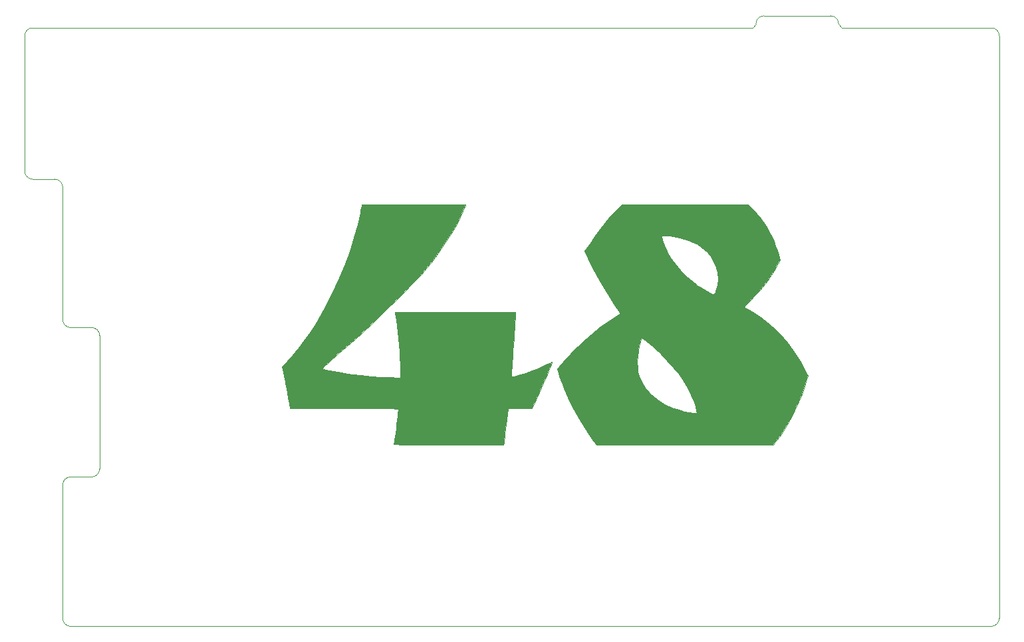
<source format=gbr>
G04 #@! TF.GenerationSoftware,KiCad,Pcbnew,(6.0.0-rc1-dev-1291-g61b749f0b)*
G04 #@! TF.CreationDate,2018-12-05T20:39:08+02:00
G04 #@! TF.ProjectId,TS48_right,54533438-5f72-4696-9768-742e6b696361,rev?*
G04 #@! TF.SameCoordinates,Original*
G04 #@! TF.FileFunction,Legend,Top*
G04 #@! TF.FilePolarity,Positive*
%FSLAX46Y46*%
G04 Gerber Fmt 4.6, Leading zero omitted, Abs format (unit mm)*
G04 Created by KiCad (PCBNEW (6.0.0-rc1-dev-1291-g61b749f0b)) date 12/5/2018 8:39:08 PM*
%MOMM*%
%LPD*%
G01*
G04 APERTURE LIST*
%ADD10C,0.100000*%
%ADD11C,0.010000*%
G04 APERTURE END LIST*
D10*
X183769000Y-67945000D02*
X92075000Y-67945000D01*
X195072000Y-67945000D02*
X214122000Y-67945000D01*
X184150000Y-67437000D02*
X183769000Y-67945000D01*
X194691000Y-67437000D02*
X195072000Y-67945000D01*
X215138000Y-143256000D02*
X215138000Y-68961000D01*
X96901000Y-144272000D02*
X214122000Y-144272000D01*
X95885000Y-126238000D02*
X95885000Y-143256000D01*
X99568000Y-125222000D02*
X96901000Y-125222000D01*
X100584000Y-107188000D02*
X100584000Y-124206000D01*
X96901000Y-106172000D02*
X99568000Y-106172000D01*
X95885000Y-88265000D02*
X95885000Y-105156000D01*
X92075000Y-87249000D02*
X94869000Y-87249000D01*
X91059000Y-68961000D02*
X91059000Y-86233000D01*
X193675000Y-66421000D02*
X185166000Y-66421000D01*
X193673731Y-66419731D02*
G75*
G02X194691000Y-67437000I0J-1017269D01*
G01*
X184148731Y-67438269D02*
G75*
G02X185166000Y-66421000I1017269J0D01*
G01*
X91059000Y-68961000D02*
G75*
G02X92076269Y-67943731I1017269J0D01*
G01*
X92075000Y-87249000D02*
G75*
G02X91057731Y-86231731I0J1017269D01*
G01*
X94869000Y-87249000D02*
G75*
G02X95886269Y-88266269I0J-1017269D01*
G01*
X96901000Y-106172000D02*
G75*
G02X95883731Y-105154731I0J1017269D01*
G01*
X99568000Y-106172000D02*
G75*
G02X100585269Y-107189269I0J-1017269D01*
G01*
X100584000Y-124206000D02*
G75*
G02X99566731Y-125223269I-1017269J0D01*
G01*
X95883731Y-126239269D02*
G75*
G02X96901000Y-125222000I1017269J0D01*
G01*
X96901000Y-144272000D02*
G75*
G02X95883731Y-143254731I0J1017269D01*
G01*
X215138000Y-143256000D02*
G75*
G02X214120731Y-144273269I-1017269J0D01*
G01*
X214122000Y-67945000D02*
G75*
G02X215139269Y-68962269I0J-1017269D01*
G01*
D11*
G04 #@! TO.C,G\002A\002A\002A*
G36*
X183604301Y-90917986D02*
X184558156Y-92015545D01*
X185404218Y-93203204D01*
X186109167Y-94434094D01*
X186121787Y-94459208D01*
X186425003Y-95098731D01*
X186664278Y-95693085D01*
X186870160Y-96323707D01*
X187009516Y-96825567D01*
X187221779Y-97631252D01*
X186991667Y-98051774D01*
X186746145Y-98471745D01*
X186422581Y-98984107D01*
X186051534Y-99543807D01*
X185663563Y-100105793D01*
X185289230Y-100625012D01*
X184959094Y-101056410D01*
X184924104Y-101099883D01*
X184635125Y-101438739D01*
X184265430Y-101846567D01*
X183862132Y-102272572D01*
X183472344Y-102665955D01*
X183464193Y-102673941D01*
X183152659Y-102985974D01*
X182900105Y-103252603D01*
X182726472Y-103451659D01*
X182651703Y-103560972D01*
X182654013Y-103574626D01*
X182760661Y-103627196D01*
X182982864Y-103747163D01*
X183284280Y-103914670D01*
X183515459Y-104045321D01*
X184689544Y-104799866D01*
X185837483Y-105705309D01*
X186936928Y-106737417D01*
X187965534Y-107871954D01*
X188900952Y-109084688D01*
X189720837Y-110351385D01*
X190270255Y-111370408D01*
X190754723Y-112356796D01*
X190642923Y-112771788D01*
X190353859Y-113708326D01*
X189975330Y-114723918D01*
X189524653Y-115784037D01*
X189019143Y-116854162D01*
X188476117Y-117899769D01*
X187912891Y-118886333D01*
X187346783Y-119779332D01*
X186795107Y-120544242D01*
X186659071Y-120714343D01*
X186332130Y-121113331D01*
X163842263Y-121113331D01*
X163279664Y-120346952D01*
X162456546Y-119152689D01*
X161651985Y-117846288D01*
X160902145Y-116489896D01*
X160243189Y-115145660D01*
X160208296Y-115068883D01*
X159972390Y-114532501D01*
X159736427Y-113969227D01*
X159510179Y-113405248D01*
X159303422Y-112866754D01*
X159125927Y-112379931D01*
X158987468Y-111970968D01*
X158897820Y-111666053D01*
X158866756Y-111491372D01*
X158867875Y-111477261D01*
X158941475Y-111337309D01*
X159122673Y-111095418D01*
X159393140Y-110771419D01*
X159625268Y-110508785D01*
X169047808Y-110508785D01*
X169069414Y-111185501D01*
X169138499Y-111780633D01*
X169219534Y-112135745D01*
X169584224Y-113054493D01*
X170104720Y-113897497D01*
X170782183Y-114666092D01*
X171617773Y-115361611D01*
X172525261Y-115937027D01*
X173046185Y-116193774D01*
X173661780Y-116441990D01*
X174325711Y-116667694D01*
X174991644Y-116856900D01*
X175613245Y-116995628D01*
X176144179Y-117069893D01*
X176306683Y-117078203D01*
X176639100Y-117084366D01*
X176578961Y-116755917D01*
X176356964Y-115900761D01*
X175997686Y-114977113D01*
X175514193Y-114006382D01*
X174919546Y-113009979D01*
X174226809Y-112009312D01*
X173449047Y-111025791D01*
X172599322Y-110080825D01*
X172350895Y-109826674D01*
X171862982Y-109348740D01*
X171380105Y-108897690D01*
X170919251Y-108487391D01*
X170497405Y-108131706D01*
X170131552Y-107844502D01*
X169838677Y-107639643D01*
X169635766Y-107530993D01*
X169539975Y-107532138D01*
X169489606Y-107662809D01*
X169411858Y-107920850D01*
X169319268Y-108263063D01*
X169262033Y-108489893D01*
X169144702Y-109110905D01*
X169073099Y-109800561D01*
X169047808Y-110508785D01*
X159625268Y-110508785D01*
X159734548Y-110385144D01*
X160128569Y-109956423D01*
X160556874Y-109505088D01*
X161001136Y-109050971D01*
X161443025Y-108613904D01*
X161864215Y-108213717D01*
X161995176Y-108093460D01*
X163193986Y-107045152D01*
X164378577Y-106098353D01*
X165616444Y-105199631D01*
X165876705Y-105020712D01*
X166902593Y-104321460D01*
X166259787Y-103419873D01*
X165267502Y-101947017D01*
X164327736Y-100393181D01*
X163474825Y-98817840D01*
X162836055Y-97489172D01*
X162348819Y-96407608D01*
X163050622Y-95381676D01*
X163707263Y-94471614D01*
X172076680Y-94471614D01*
X172110313Y-94631897D01*
X172200710Y-94910869D01*
X172332116Y-95267761D01*
X172488773Y-95661804D01*
X172654927Y-96052232D01*
X172814822Y-96398276D01*
X172844284Y-96457814D01*
X173327121Y-97317934D01*
X173889439Y-98117443D01*
X174565844Y-98902960D01*
X174957785Y-99305181D01*
X175356922Y-99685081D01*
X175785640Y-100067214D01*
X176196382Y-100410681D01*
X176541587Y-100674584D01*
X176587369Y-100706560D01*
X176939241Y-100937588D01*
X177334594Y-101180406D01*
X177740291Y-101416610D01*
X178123192Y-101627800D01*
X178450161Y-101795572D01*
X178688059Y-101901524D01*
X178789411Y-101929395D01*
X178881242Y-101857237D01*
X178989984Y-101673661D01*
X179023812Y-101595981D01*
X179248897Y-100803571D01*
X179317773Y-99964073D01*
X179233120Y-99104154D01*
X178997619Y-98250476D01*
X178613951Y-97429705D01*
X178603036Y-97410789D01*
X178329685Y-97022723D01*
X177949841Y-96593891D01*
X177510076Y-96168712D01*
X177056962Y-95791603D01*
X176637072Y-95506981D01*
X176565050Y-95467107D01*
X175558883Y-95026005D01*
X174420417Y-94697546D01*
X173152046Y-94482375D01*
X172755473Y-94440821D01*
X172363807Y-94416105D01*
X172139252Y-94428946D01*
X172076680Y-94471614D01*
X163707263Y-94471614D01*
X164225130Y-93753884D01*
X165405554Y-92295390D01*
X166171225Y-91443504D01*
X167096982Y-90458159D01*
X183162319Y-90458159D01*
X183604301Y-90917986D01*
X183604301Y-90917986D01*
G37*
X183604301Y-90917986D02*
X184558156Y-92015545D01*
X185404218Y-93203204D01*
X186109167Y-94434094D01*
X186121787Y-94459208D01*
X186425003Y-95098731D01*
X186664278Y-95693085D01*
X186870160Y-96323707D01*
X187009516Y-96825567D01*
X187221779Y-97631252D01*
X186991667Y-98051774D01*
X186746145Y-98471745D01*
X186422581Y-98984107D01*
X186051534Y-99543807D01*
X185663563Y-100105793D01*
X185289230Y-100625012D01*
X184959094Y-101056410D01*
X184924104Y-101099883D01*
X184635125Y-101438739D01*
X184265430Y-101846567D01*
X183862132Y-102272572D01*
X183472344Y-102665955D01*
X183464193Y-102673941D01*
X183152659Y-102985974D01*
X182900105Y-103252603D01*
X182726472Y-103451659D01*
X182651703Y-103560972D01*
X182654013Y-103574626D01*
X182760661Y-103627196D01*
X182982864Y-103747163D01*
X183284280Y-103914670D01*
X183515459Y-104045321D01*
X184689544Y-104799866D01*
X185837483Y-105705309D01*
X186936928Y-106737417D01*
X187965534Y-107871954D01*
X188900952Y-109084688D01*
X189720837Y-110351385D01*
X190270255Y-111370408D01*
X190754723Y-112356796D01*
X190642923Y-112771788D01*
X190353859Y-113708326D01*
X189975330Y-114723918D01*
X189524653Y-115784037D01*
X189019143Y-116854162D01*
X188476117Y-117899769D01*
X187912891Y-118886333D01*
X187346783Y-119779332D01*
X186795107Y-120544242D01*
X186659071Y-120714343D01*
X186332130Y-121113331D01*
X163842263Y-121113331D01*
X163279664Y-120346952D01*
X162456546Y-119152689D01*
X161651985Y-117846288D01*
X160902145Y-116489896D01*
X160243189Y-115145660D01*
X160208296Y-115068883D01*
X159972390Y-114532501D01*
X159736427Y-113969227D01*
X159510179Y-113405248D01*
X159303422Y-112866754D01*
X159125927Y-112379931D01*
X158987468Y-111970968D01*
X158897820Y-111666053D01*
X158866756Y-111491372D01*
X158867875Y-111477261D01*
X158941475Y-111337309D01*
X159122673Y-111095418D01*
X159393140Y-110771419D01*
X159625268Y-110508785D01*
X169047808Y-110508785D01*
X169069414Y-111185501D01*
X169138499Y-111780633D01*
X169219534Y-112135745D01*
X169584224Y-113054493D01*
X170104720Y-113897497D01*
X170782183Y-114666092D01*
X171617773Y-115361611D01*
X172525261Y-115937027D01*
X173046185Y-116193774D01*
X173661780Y-116441990D01*
X174325711Y-116667694D01*
X174991644Y-116856900D01*
X175613245Y-116995628D01*
X176144179Y-117069893D01*
X176306683Y-117078203D01*
X176639100Y-117084366D01*
X176578961Y-116755917D01*
X176356964Y-115900761D01*
X175997686Y-114977113D01*
X175514193Y-114006382D01*
X174919546Y-113009979D01*
X174226809Y-112009312D01*
X173449047Y-111025791D01*
X172599322Y-110080825D01*
X172350895Y-109826674D01*
X171862982Y-109348740D01*
X171380105Y-108897690D01*
X170919251Y-108487391D01*
X170497405Y-108131706D01*
X170131552Y-107844502D01*
X169838677Y-107639643D01*
X169635766Y-107530993D01*
X169539975Y-107532138D01*
X169489606Y-107662809D01*
X169411858Y-107920850D01*
X169319268Y-108263063D01*
X169262033Y-108489893D01*
X169144702Y-109110905D01*
X169073099Y-109800561D01*
X169047808Y-110508785D01*
X159625268Y-110508785D01*
X159734548Y-110385144D01*
X160128569Y-109956423D01*
X160556874Y-109505088D01*
X161001136Y-109050971D01*
X161443025Y-108613904D01*
X161864215Y-108213717D01*
X161995176Y-108093460D01*
X163193986Y-107045152D01*
X164378577Y-106098353D01*
X165616444Y-105199631D01*
X165876705Y-105020712D01*
X166902593Y-104321460D01*
X166259787Y-103419873D01*
X165267502Y-101947017D01*
X164327736Y-100393181D01*
X163474825Y-98817840D01*
X162836055Y-97489172D01*
X162348819Y-96407608D01*
X163050622Y-95381676D01*
X163707263Y-94471614D01*
X172076680Y-94471614D01*
X172110313Y-94631897D01*
X172200710Y-94910869D01*
X172332116Y-95267761D01*
X172488773Y-95661804D01*
X172654927Y-96052232D01*
X172814822Y-96398276D01*
X172844284Y-96457814D01*
X173327121Y-97317934D01*
X173889439Y-98117443D01*
X174565844Y-98902960D01*
X174957785Y-99305181D01*
X175356922Y-99685081D01*
X175785640Y-100067214D01*
X176196382Y-100410681D01*
X176541587Y-100674584D01*
X176587369Y-100706560D01*
X176939241Y-100937588D01*
X177334594Y-101180406D01*
X177740291Y-101416610D01*
X178123192Y-101627800D01*
X178450161Y-101795572D01*
X178688059Y-101901524D01*
X178789411Y-101929395D01*
X178881242Y-101857237D01*
X178989984Y-101673661D01*
X179023812Y-101595981D01*
X179248897Y-100803571D01*
X179317773Y-99964073D01*
X179233120Y-99104154D01*
X178997619Y-98250476D01*
X178613951Y-97429705D01*
X178603036Y-97410789D01*
X178329685Y-97022723D01*
X177949841Y-96593891D01*
X177510076Y-96168712D01*
X177056962Y-95791603D01*
X176637072Y-95506981D01*
X176565050Y-95467107D01*
X175558883Y-95026005D01*
X174420417Y-94697546D01*
X173152046Y-94482375D01*
X172755473Y-94440821D01*
X172363807Y-94416105D01*
X172139252Y-94428946D01*
X172076680Y-94471614D01*
X163707263Y-94471614D01*
X164225130Y-93753884D01*
X165405554Y-92295390D01*
X166171225Y-91443504D01*
X167096982Y-90458159D01*
X183162319Y-90458159D01*
X183604301Y-90917986D01*
G36*
X141650010Y-90458673D02*
X142656488Y-90460163D01*
X143597046Y-90462546D01*
X144458185Y-90465741D01*
X145226410Y-90469667D01*
X145888222Y-90474242D01*
X146430126Y-90479385D01*
X146838625Y-90485015D01*
X147100220Y-90491050D01*
X147201416Y-90497408D01*
X147202197Y-90498023D01*
X147169120Y-90589933D01*
X147079899Y-90806087D01*
X146949553Y-91110659D01*
X146844213Y-91351989D01*
X146127471Y-92827018D01*
X145256797Y-94347520D01*
X144242480Y-95898003D01*
X143094809Y-97462973D01*
X141824073Y-99026941D01*
X141488380Y-99415944D01*
X140888072Y-100082302D01*
X140168937Y-100844611D01*
X139347277Y-101687352D01*
X138439391Y-102595002D01*
X137461578Y-103552041D01*
X136430139Y-104542946D01*
X135361374Y-105552198D01*
X134271583Y-106564273D01*
X133177066Y-107563652D01*
X132094122Y-108534813D01*
X131039051Y-109462234D01*
X130028155Y-110330394D01*
X130012250Y-110343869D01*
X129611622Y-110690713D01*
X129288442Y-110985574D01*
X129058477Y-111213059D01*
X128937489Y-111357777D01*
X128927749Y-111402742D01*
X129089311Y-111460592D01*
X129390759Y-111540522D01*
X129799251Y-111635450D01*
X130281945Y-111738298D01*
X130805999Y-111841986D01*
X131338571Y-111939433D01*
X131699438Y-112000236D01*
X132735864Y-112146665D01*
X133905562Y-112274649D01*
X135167259Y-112380519D01*
X136479679Y-112460605D01*
X137253442Y-112493999D01*
X138909860Y-112554292D01*
X138849693Y-110812260D01*
X138815619Y-110057334D01*
X138764603Y-109236454D01*
X138699735Y-108381099D01*
X138624108Y-107522745D01*
X138540813Y-106692869D01*
X138452940Y-105922950D01*
X138363580Y-105244464D01*
X138275826Y-104688889D01*
X138220602Y-104406262D01*
X138177480Y-104209193D01*
X153508404Y-104209193D01*
X153508093Y-104406262D01*
X153501338Y-104625940D01*
X153482479Y-104998157D01*
X153452980Y-105500806D01*
X153414308Y-106111780D01*
X153367927Y-106808971D01*
X153315303Y-107570272D01*
X153257901Y-108373578D01*
X153197187Y-109196779D01*
X153145213Y-109880799D01*
X153097740Y-110520905D01*
X153058124Y-111103085D01*
X153027614Y-111604784D01*
X153007458Y-112003448D01*
X152998908Y-112276520D01*
X153003210Y-112401447D01*
X153005341Y-112406360D01*
X153115548Y-112412525D01*
X153360086Y-112371757D01*
X153707060Y-112292387D01*
X154124576Y-112182748D01*
X154580740Y-112051173D01*
X155043655Y-111905993D01*
X155441700Y-111769867D01*
X155884466Y-111598936D01*
X156405305Y-111379409D01*
X156927350Y-111144412D01*
X157234776Y-110997150D01*
X157602981Y-110817437D01*
X157908717Y-110672683D01*
X158121104Y-110577190D01*
X158209263Y-110545260D01*
X158209836Y-110545568D01*
X158181599Y-110627389D01*
X158092721Y-110847626D01*
X157952685Y-111184169D01*
X157770973Y-111614909D01*
X157557067Y-112117736D01*
X157320448Y-112670542D01*
X157070600Y-113251218D01*
X156817004Y-113837653D01*
X156569142Y-114407738D01*
X156336497Y-114939365D01*
X156128550Y-115410424D01*
X155997844Y-115703234D01*
X155654266Y-116467965D01*
X154113568Y-116469614D01*
X152572871Y-116471262D01*
X152334363Y-118507642D01*
X152264052Y-119102708D01*
X152197738Y-119654195D01*
X152138971Y-120133327D01*
X152091304Y-120511331D01*
X152058287Y-120759432D01*
X152047899Y-120828676D01*
X151999943Y-121113331D01*
X144996892Y-121113331D01*
X143724208Y-121113175D01*
X142615524Y-121112544D01*
X141659670Y-121111191D01*
X140845474Y-121108871D01*
X140161764Y-121105336D01*
X139597368Y-121100341D01*
X139141117Y-121093641D01*
X138781836Y-121084988D01*
X138508357Y-121074136D01*
X138309506Y-121060840D01*
X138174113Y-121044854D01*
X138091005Y-121025930D01*
X138049012Y-121003824D01*
X138036962Y-120978289D01*
X138039798Y-120960055D01*
X138072070Y-120802467D01*
X138120694Y-120502174D01*
X138181578Y-120090446D01*
X138250627Y-119598553D01*
X138323748Y-119057767D01*
X138396848Y-118499357D01*
X138465832Y-117954593D01*
X138526608Y-117454746D01*
X138575082Y-117031086D01*
X138607160Y-116714883D01*
X138618749Y-116537489D01*
X138533364Y-116527102D01*
X138286017Y-116517216D01*
X137889916Y-116507957D01*
X137358271Y-116499451D01*
X136704290Y-116491826D01*
X135941183Y-116485209D01*
X135082159Y-116479725D01*
X134140428Y-116475502D01*
X133129198Y-116472666D01*
X132061679Y-116471345D01*
X131716518Y-116471262D01*
X124814287Y-116471262D01*
X124704176Y-115792469D01*
X124654294Y-115504703D01*
X124576629Y-115081146D01*
X124477980Y-114557732D01*
X124365148Y-113970394D01*
X124244933Y-113355065D01*
X124197827Y-113116824D01*
X123801588Y-111119973D01*
X124462232Y-110428484D01*
X125152023Y-109663323D01*
X125881780Y-108775612D01*
X126622700Y-107803912D01*
X127345985Y-106786785D01*
X128022832Y-105762791D01*
X128387758Y-105172642D01*
X129307561Y-103555843D01*
X130181595Y-101848236D01*
X130997808Y-100080316D01*
X131744146Y-98282578D01*
X132408554Y-96485518D01*
X132978981Y-94719632D01*
X133443371Y-93015415D01*
X133753638Y-91596779D01*
X133823780Y-91231415D01*
X133885954Y-90912543D01*
X133929549Y-90694425D01*
X133937745Y-90655228D01*
X133980017Y-90458159D01*
X140591107Y-90458159D01*
X141650010Y-90458673D01*
X141650010Y-90458673D01*
G37*
X141650010Y-90458673D02*
X142656488Y-90460163D01*
X143597046Y-90462546D01*
X144458185Y-90465741D01*
X145226410Y-90469667D01*
X145888222Y-90474242D01*
X146430126Y-90479385D01*
X146838625Y-90485015D01*
X147100220Y-90491050D01*
X147201416Y-90497408D01*
X147202197Y-90498023D01*
X147169120Y-90589933D01*
X147079899Y-90806087D01*
X146949553Y-91110659D01*
X146844213Y-91351989D01*
X146127471Y-92827018D01*
X145256797Y-94347520D01*
X144242480Y-95898003D01*
X143094809Y-97462973D01*
X141824073Y-99026941D01*
X141488380Y-99415944D01*
X140888072Y-100082302D01*
X140168937Y-100844611D01*
X139347277Y-101687352D01*
X138439391Y-102595002D01*
X137461578Y-103552041D01*
X136430139Y-104542946D01*
X135361374Y-105552198D01*
X134271583Y-106564273D01*
X133177066Y-107563652D01*
X132094122Y-108534813D01*
X131039051Y-109462234D01*
X130028155Y-110330394D01*
X130012250Y-110343869D01*
X129611622Y-110690713D01*
X129288442Y-110985574D01*
X129058477Y-111213059D01*
X128937489Y-111357777D01*
X128927749Y-111402742D01*
X129089311Y-111460592D01*
X129390759Y-111540522D01*
X129799251Y-111635450D01*
X130281945Y-111738298D01*
X130805999Y-111841986D01*
X131338571Y-111939433D01*
X131699438Y-112000236D01*
X132735864Y-112146665D01*
X133905562Y-112274649D01*
X135167259Y-112380519D01*
X136479679Y-112460605D01*
X137253442Y-112493999D01*
X138909860Y-112554292D01*
X138849693Y-110812260D01*
X138815619Y-110057334D01*
X138764603Y-109236454D01*
X138699735Y-108381099D01*
X138624108Y-107522745D01*
X138540813Y-106692869D01*
X138452940Y-105922950D01*
X138363580Y-105244464D01*
X138275826Y-104688889D01*
X138220602Y-104406262D01*
X138177480Y-104209193D01*
X153508404Y-104209193D01*
X153508093Y-104406262D01*
X153501338Y-104625940D01*
X153482479Y-104998157D01*
X153452980Y-105500806D01*
X153414308Y-106111780D01*
X153367927Y-106808971D01*
X153315303Y-107570272D01*
X153257901Y-108373578D01*
X153197187Y-109196779D01*
X153145213Y-109880799D01*
X153097740Y-110520905D01*
X153058124Y-111103085D01*
X153027614Y-111604784D01*
X153007458Y-112003448D01*
X152998908Y-112276520D01*
X153003210Y-112401447D01*
X153005341Y-112406360D01*
X153115548Y-112412525D01*
X153360086Y-112371757D01*
X153707060Y-112292387D01*
X154124576Y-112182748D01*
X154580740Y-112051173D01*
X155043655Y-111905993D01*
X155441700Y-111769867D01*
X155884466Y-111598936D01*
X156405305Y-111379409D01*
X156927350Y-111144412D01*
X157234776Y-110997150D01*
X157602981Y-110817437D01*
X157908717Y-110672683D01*
X158121104Y-110577190D01*
X158209263Y-110545260D01*
X158209836Y-110545568D01*
X158181599Y-110627389D01*
X158092721Y-110847626D01*
X157952685Y-111184169D01*
X157770973Y-111614909D01*
X157557067Y-112117736D01*
X157320448Y-112670542D01*
X157070600Y-113251218D01*
X156817004Y-113837653D01*
X156569142Y-114407738D01*
X156336497Y-114939365D01*
X156128550Y-115410424D01*
X155997844Y-115703234D01*
X155654266Y-116467965D01*
X154113568Y-116469614D01*
X152572871Y-116471262D01*
X152334363Y-118507642D01*
X152264052Y-119102708D01*
X152197738Y-119654195D01*
X152138971Y-120133327D01*
X152091304Y-120511331D01*
X152058287Y-120759432D01*
X152047899Y-120828676D01*
X151999943Y-121113331D01*
X144996892Y-121113331D01*
X143724208Y-121113175D01*
X142615524Y-121112544D01*
X141659670Y-121111191D01*
X140845474Y-121108871D01*
X140161764Y-121105336D01*
X139597368Y-121100341D01*
X139141117Y-121093641D01*
X138781836Y-121084988D01*
X138508357Y-121074136D01*
X138309506Y-121060840D01*
X138174113Y-121044854D01*
X138091005Y-121025930D01*
X138049012Y-121003824D01*
X138036962Y-120978289D01*
X138039798Y-120960055D01*
X138072070Y-120802467D01*
X138120694Y-120502174D01*
X138181578Y-120090446D01*
X138250627Y-119598553D01*
X138323748Y-119057767D01*
X138396848Y-118499357D01*
X138465832Y-117954593D01*
X138526608Y-117454746D01*
X138575082Y-117031086D01*
X138607160Y-116714883D01*
X138618749Y-116537489D01*
X138533364Y-116527102D01*
X138286017Y-116517216D01*
X137889916Y-116507957D01*
X137358271Y-116499451D01*
X136704290Y-116491826D01*
X135941183Y-116485209D01*
X135082159Y-116479725D01*
X134140428Y-116475502D01*
X133129198Y-116472666D01*
X132061679Y-116471345D01*
X131716518Y-116471262D01*
X124814287Y-116471262D01*
X124704176Y-115792469D01*
X124654294Y-115504703D01*
X124576629Y-115081146D01*
X124477980Y-114557732D01*
X124365148Y-113970394D01*
X124244933Y-113355065D01*
X124197827Y-113116824D01*
X123801588Y-111119973D01*
X124462232Y-110428484D01*
X125152023Y-109663323D01*
X125881780Y-108775612D01*
X126622700Y-107803912D01*
X127345985Y-106786785D01*
X128022832Y-105762791D01*
X128387758Y-105172642D01*
X129307561Y-103555843D01*
X130181595Y-101848236D01*
X130997808Y-100080316D01*
X131744146Y-98282578D01*
X132408554Y-96485518D01*
X132978981Y-94719632D01*
X133443371Y-93015415D01*
X133753638Y-91596779D01*
X133823780Y-91231415D01*
X133885954Y-90912543D01*
X133929549Y-90694425D01*
X133937745Y-90655228D01*
X133980017Y-90458159D01*
X140591107Y-90458159D01*
X141650010Y-90458673D01*
G04 #@! TD*
M02*

</source>
